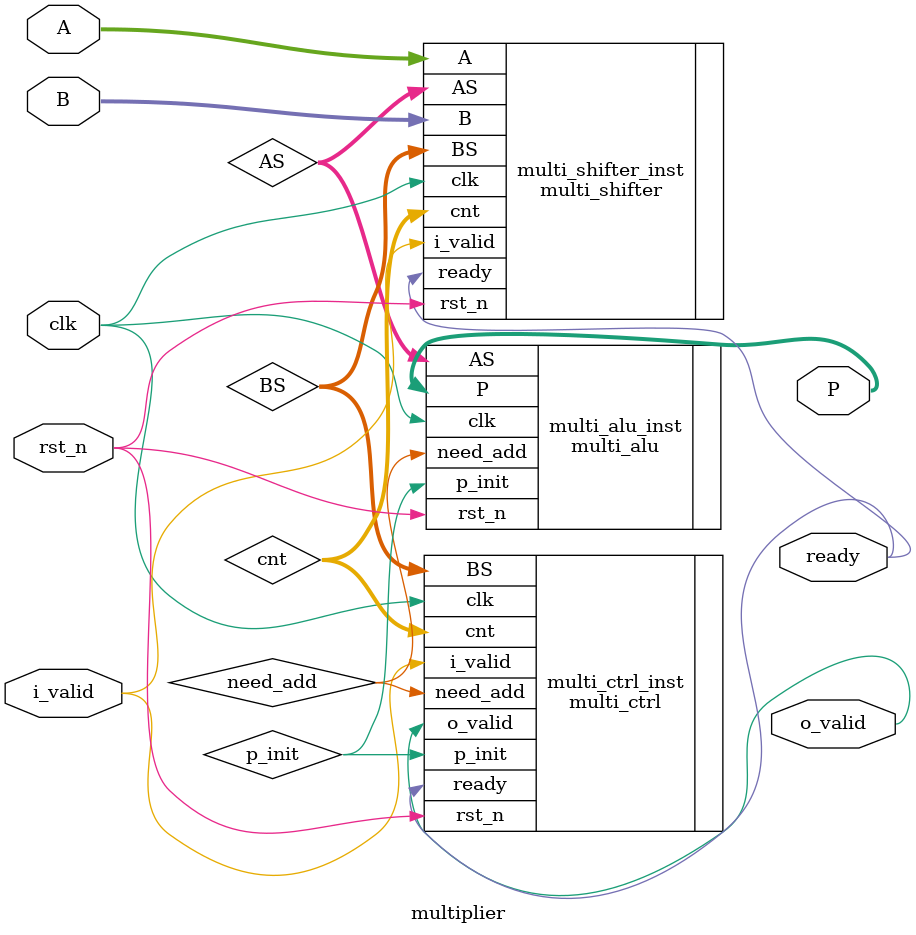
<source format=v>
module multiplier #(
    parameter WIDTH = 4
) (
    input                    clk,
    input                    rst_n,
    input      [  WIDTH-1:0] A,
    input      [  WIDTH-1:0] B,
    input                    i_valid,
    output reg               ready,
    output reg               o_valid,
    output reg [2*WIDTH-1:0] P
);
  wire [2*WIDTH-1:0] AS;
  wire [  WIDTH-1:0] BS;
  wire [  WIDTH-1:0] cnt;
  wire               need_add;
  wire               p_init;

  multi_ctrl #(
      .WIDTH(WIDTH)
  ) multi_ctrl_inst (
      .clk     (clk),
      .rst_n   (rst_n),
      .i_valid (i_valid),
      .BS      (BS),
      .cnt     (cnt),
      .ready   (ready),
      .o_valid (o_valid),
      .need_add(need_add),
      .p_init  (p_init)
  );

  multi_shifter #(
      .WIDTH(WIDTH)
  ) multi_shifter_inst (
      .clk    (clk),
      .rst_n  (rst_n),
      .i_valid(i_valid),
      .ready  (ready),
      .A      (A),
      .B      (B),
      .cnt    (cnt),
      .AS     (AS),
      .BS     (BS)
  );

  multi_alu #(
      .WIDTH(WIDTH)
  ) multi_alu_inst (
      .clk     (clk),
      .rst_n   (rst_n),
      .need_add(need_add),
      .p_init  (p_init),
      .AS      (AS),
      .P       (P)
  );


endmodule

</source>
